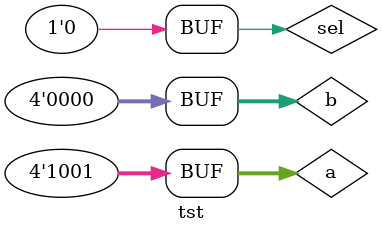
<source format=v>
module mux4(
	input [3:0] a ,b,
	input sel,
	output [3:0] out);
assign out = (sel==1'b0)? a:b;
endmodule
module tst();
wire [3:0] out;
reg [3:0] a,b;
reg sel;
mux4 m(a,b,sel,out);
initial 
	$monitor("a=%0d  b=%0d  sel=%0d  out=%0d",a,b,sel,out);
initial begin
a=7; b=2; sel=0;
#10
sel=1;
#10
a=9;
#10
b=0;
#10
sel=0;
end
endmodule
</source>
